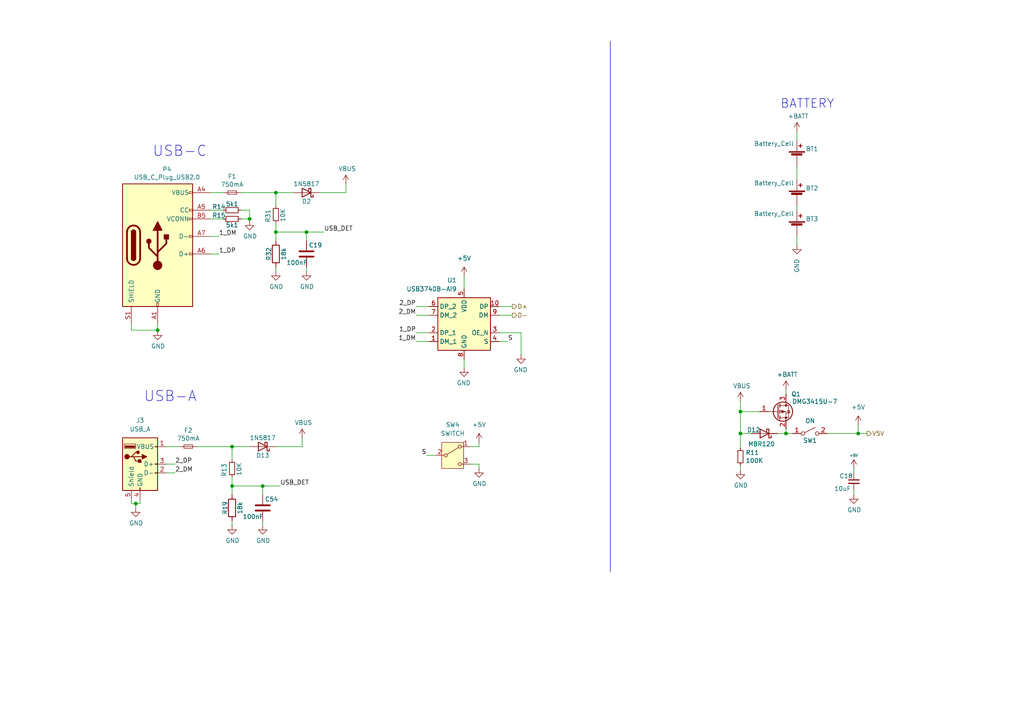
<source format=kicad_sch>
(kicad_sch (version 20250114) (generator "eeschema") (generator_version "9.0")
  (paper "A4")
  (lib_symbols
    (symbol "+5V_7" (power) (pin_names (offset 0))
      (property "Value" "+5V" (at 0 3.556 0))
      (symbol "+5V_7_0_1"
        (polyline (pts (xy -0.762 1.27) (xy 0 2.54)))
        (polyline (pts (xy 0 2.54) (xy 0.762 1.27)))
        (polyline (pts (xy 0 0) (xy 0 2.54)))
      )
      (symbol "+5V_7_1_1"
        (pin power_in line (at 0 0 90) (length 0) (hide yes) (name "+5V") (number "1"))
      )
    )
    (symbol "Battery_Cell_1" (pin_numbers (hide yes)) (pin_names (offset 0) (hide yes))
      (property "Reference" "BT4" (at 2.54 2.54 0))
      (property "Value" "Battery_Cell" (at -12.446 4.064 0))
      (symbol "Battery_Cell_1_0_1"
        (rectangle (start -2.286 1.778) (end 2.286 1.524) (fill (type outline)))
        (rectangle (start -1.5748 1.1938) (end 1.4732 0.6858) (fill (type outline)))
        (polyline (pts (xy 0 1.778) (xy 0 2.54)))
        (polyline (pts (xy 0 0.762) (xy 0 0)))
        (polyline (pts (xy 0.508 3.429) (xy 1.524 3.429)) (stroke (width 0.254)))
        (polyline (pts (xy 1.016 3.937) (xy 1.016 2.921)) (stroke (width 0.254)))
      )
      (symbol "Battery_Cell_1_1_1"
        (pin passive line (at 0 5.08 270) (length 2.54) (name "+") (number "1"))
        (pin passive line (at 0 -2.54 90) (length 2.54) (name "-") (number "2"))
      )
    )
    (symbol "Connector:USB_A" (pin_names (offset 1.016))
      (property "Reference" "J" (at -5.08 11.43 0))
      (property "Value" "USB_A" (at -5.08 8.89 0))
      (symbol "USB_A_0_1"
        (rectangle (start -5.08 -7.62) (end 5.08 7.62) (stroke (width 0.254)) (fill (type background)))
        (circle (center -3.81 2.159) (radius 0.635) (stroke (width 0.254)) (fill (type outline)))
        (polyline (pts (xy -3.175 2.159) (xy -2.54 2.159) (xy -1.27 3.429) (xy -0.635 3.429)) (stroke (width 0.254)))
        (polyline (pts (xy -2.54 2.159) (xy -1.905 2.159) (xy -1.27 0.889) (xy 0 0.889)) (stroke (width 0.254)))
        (rectangle (start -1.524 4.826) (end -4.318 5.334) (fill (type outline)))
        (rectangle (start -1.27 4.572) (end -4.572 5.842))
        (circle (center -0.635 3.429) (radius 0.381) (stroke (width 0.254)) (fill (type outline)))
        (rectangle (start -0.127 -7.62) (end 0.127 -6.858))
        (rectangle (start 0.254 1.27) (end -0.508 0.508) (stroke (width 0.254)) (fill (type outline)))
        (polyline (pts (xy 0.635 2.794) (xy 0.635 1.524) (xy 1.905 2.159) (xy 0.635 2.794)) (stroke (width 0.254)) (fill (type outline)))
        (rectangle (start 5.08 4.953) (end 4.318 5.207))
        (rectangle (start 5.08 -0.127) (end 4.318 0.127))
        (rectangle (start 5.08 -2.667) (end 4.318 -2.413))
      )
      (symbol "USB_A_1_1"
        (polyline (pts (xy -1.905 2.159) (xy 0.635 2.159)) (stroke (width 0.254)))
        (pin passive line (at -2.54 -10.16 90) (length 2.54) (name "Shield") (number "5"))
        (pin power_in line (at 0 -10.16 90) (length 2.54) (name "GND") (number "4"))
        (pin power_in line (at 7.62 5.08 180) (length 2.54) (name "VBUS") (number "1"))
        (pin bidirectional line (at 7.62 0 180) (length 2.54) (name "D+") (number "3"))
        (pin bidirectional line (at 7.62 -2.54 180) (length 2.54) (name "D-") (number "2"))
      )
    )
    (symbol "Device:Battery_Cell" (pin_numbers (hide yes)) (pin_names (offset 0) (hide yes))
      (property "Reference" "BT3" (at 2.54 2.54 0))
      (property "Value" "Battery_Cell" (at -12.446 4.064 0))
      (symbol "Battery_Cell_0_1"
        (rectangle (start -2.286 1.778) (end 2.286 1.524) (fill (type outline)))
        (rectangle (start -1.5748 1.1938) (end 1.4732 0.6858) (fill (type outline)))
        (polyline (pts (xy 0 1.778) (xy 0 2.54)))
        (polyline (pts (xy 0 0.762) (xy 0 0)))
        (polyline (pts (xy 0.508 3.429) (xy 1.524 3.429)) (stroke (width 0.254)))
        (polyline (pts (xy 1.016 3.937) (xy 1.016 2.921)) (stroke (width 0.254)))
      )
      (symbol "Battery_Cell_1_1"
        (pin passive line (at 0 5.08 270) (length 2.54) (name "+") (number "1"))
        (pin passive line (at 0 -2.54 90) (length 2.54) (name "-") (number "2"))
      )
    )
    (symbol "Device:C" (pin_numbers (hide yes)) (pin_names (offset 0.254))
      (property "Reference" "C" (at 0.635 2.54 0))
      (property "Value" "C" (at 0.635 -2.54 0))
      (symbol "C_0_1"
        (polyline (pts (xy -2.032 0.762) (xy 2.032 0.762)) (stroke (width 0.508)))
        (polyline (pts (xy -2.032 -0.762) (xy 2.032 -0.762)) (stroke (width 0.508)))
      )
      (symbol "C_1_1"
        (pin passive line (at 0 3.81 270) (length 2.794) (name "~") (number "1"))
        (pin passive line (at 0 -3.81 90) (length 2.794) (name "~") (number "2"))
      )
    )
    (symbol "Device:C_Small" (pin_numbers (hide yes)) (pin_names (offset 0.254) (hide yes))
      (property "Reference" "C" (at 0.254 1.778 0))
      (property "Value" "C_Small" (at 0.254 -2.032 0))
      (symbol "C_Small_0_1"
        (polyline (pts (xy -1.524 0.508) (xy 1.524 0.508)) (stroke (width 0.3048)))
        (polyline (pts (xy -1.524 -0.508) (xy 1.524 -0.508)) (stroke (width 0.3302)))
      )
      (symbol "C_Small_1_1"
        (pin passive line (at 0 2.54 270) (length 2.032) (name "~") (number "1"))
        (pin passive line (at 0 -2.54 90) (length 2.032) (name "~") (number "2"))
      )
    )
    (symbol "Device:Fuse_Small" (pin_numbers (hide yes)) (pin_names (offset 0.254) (hide yes))
      (property "Reference" "F" (at 0 -1.524 0))
      (property "Value" "Fuse_Small" (at 0 1.524 0))
      (symbol "Fuse_Small_0_1"
        (rectangle (start -1.27 0.508) (end 1.27 -0.508))
        (polyline (pts (xy -1.27 0) (xy 1.27 0)))
      )
      (symbol "Fuse_Small_1_1"
        (pin passive line (at -2.54 0 0) (length 1.27) (name "~") (number "1"))
        (pin passive line (at 2.54 0 180) (length 1.27) (name "~") (number "2"))
      )
    )
    (symbol "Device:Q_PMOS_GSD" (pin_names (offset 0) (hide yes))
      (property "Reference" "Q" (at 5.08 1.27 0))
      (property "Value" "Q_PMOS_GSD" (at 5.08 -1.27 0))
      (symbol "Q_PMOS_GSD_0_1"
        (polyline (pts (xy 0.254 1.905) (xy 0.254 -1.905)) (stroke (width 0.254)))
        (polyline (pts (xy 0.254 0) (xy -2.54 0)))
        (polyline (pts (xy 0.762 2.286) (xy 0.762 1.27)) (stroke (width 0.254)))
        (polyline (pts (xy 0.762 1.778) (xy 3.302 1.778) (xy 3.302 -1.778) (xy 0.762 -1.778)))
        (polyline (pts (xy 0.762 0.508) (xy 0.762 -0.508)) (stroke (width 0.254)))
        (polyline (pts (xy 0.762 -1.27) (xy 0.762 -2.286)) (stroke (width 0.254)))
        (circle (center 1.651 0) (radius 2.794) (stroke (width 0.254)))
        (polyline (pts (xy 2.286 0) (xy 1.27 0.381) (xy 1.27 -0.381) (xy 2.286 0)) (fill (type outline)))
        (polyline (pts (xy 2.54 2.54) (xy 2.54 1.778)))
        (circle (center 2.54 1.778) (radius 0.254) (fill (type outline)))
        (circle (center 2.54 -1.778) (radius 0.254) (fill (type outline)))
        (polyline (pts (xy 2.54 -2.54) (xy 2.54 0) (xy 0.762 0)))
        (polyline (pts (xy 2.794 -0.508) (xy 2.921 -0.381) (xy 3.683 -0.381) (xy 3.81 -0.254)))
        (polyline (pts (xy 3.302 -0.381) (xy 2.921 0.254) (xy 3.683 0.254) (xy 3.302 -0.381)))
      )
      (symbol "Q_PMOS_GSD_1_1"
        (pin input line (at -5.08 0 0) (length 2.54) (name "G") (number "1"))
        (pin passive line (at 2.54 5.08 270) (length 2.54) (name "D") (number "3"))
        (pin passive line (at 2.54 -5.08 90) (length 2.54) (name "S") (number "2"))
      )
    )
    (symbol "Device:R" (pin_numbers (hide yes)) (pin_names (offset 0))
      (property "Reference" "R" (at 2.032 0 90))
      (property "Value" "R" (at 0 0 90))
      (symbol "R_0_1"
        (rectangle (start -1.016 -2.54) (end 1.016 2.54) (stroke (width 0.254)))
      )
      (symbol "R_1_1"
        (pin passive line (at 0 3.81 270) (length 1.27) (name "~") (number "1"))
        (pin passive line (at 0 -3.81 90) (length 1.27) (name "~") (number "2"))
      )
    )
    (symbol "Device:R_Small" (pin_numbers (hide yes)) (pin_names (offset 0.254) (hide yes))
      (property "Reference" "R" (at 0.762 0.508 0))
      (property "Value" "R_Small" (at 0.762 -1.016 0))
      (symbol "R_Small_0_1"
        (rectangle (start -0.762 1.778) (end 0.762 -1.778) (stroke (width 0.2032)))
      )
      (symbol "R_Small_1_1"
        (pin passive line (at 0 2.54 270) (length 0.762) (name "~") (number "1"))
        (pin passive line (at 0 -2.54 90) (length 0.762) (name "~") (number "2"))
      )
    )
    (symbol "Diode:1N5817" (pin_numbers (hide yes)) (pin_names (offset 1.016) (hide yes))
      (property "Reference" "D" (at 0 2.54 0))
      (property "Value" "1N5817" (at 0 -2.54 0))
      (symbol "1N5817_0_1"
        (polyline (pts (xy -1.905 0.635) (xy -1.905 1.27) (xy -1.27 1.27) (xy -1.27 -1.27) (xy -0.635 -1.27) (xy -0.635 -0.635)) (stroke (width 0.254)))
        (polyline (pts (xy 1.27 1.27) (xy 1.27 -1.27) (xy -1.27 0) (xy 1.27 1.27)) (stroke (width 0.254)))
        (polyline (pts (xy 1.27 0) (xy -1.27 0)))
      )
      (symbol "1N5817_1_1"
        (pin passive line (at -3.81 0 0) (length 2.54) (name "K") (number "1"))
        (pin passive line (at 3.81 0 180) (length 2.54) (name "A") (number "2"))
      )
    )
    (symbol "Diode:MBR340" (pin_numbers (hide yes)) (pin_names (offset 1.016) (hide yes))
      (property "Reference" "D" (at 0 2.54 0))
      (property "Value" "MBR340" (at 0 -2.54 0))
      (symbol "MBR340_0_1"
        (polyline (pts (xy -1.905 0.635) (xy -1.905 1.27) (xy -1.27 1.27) (xy -1.27 -1.27) (xy -0.635 -1.27) (xy -0.635 -0.635)) (stroke (width 0.254)))
        (polyline (pts (xy 1.27 1.27) (xy 1.27 -1.27) (xy -1.27 0) (xy 1.27 1.27)) (stroke (width 0.254)))
        (polyline (pts (xy 1.27 0) (xy -1.27 0)))
      )
      (symbol "MBR340_1_1"
        (pin passive line (at -3.81 0 0) (length 2.54) (name "K") (number "1"))
        (pin passive line (at 3.81 0 180) (length 2.54) (name "A") (number "2"))
      )
    )
    (symbol "HunterCat-NFC-rescue:USB_C_Plug_USB2.0-Connector" (pin_names (offset 1.016))
      (property "Reference" "P" (at -10.16 19.05 0))
      (property "Value" "USB_C_Plug_USB2.0-Connector" (at 12.7 19.05 0))
      (symbol "USB_C_Plug_USB2.0-Connector_0_0"
        (rectangle (start -0.254 -17.78) (end 0.254 -16.764))
        (rectangle (start 10.16 15.494) (end 9.144 14.986))
        (rectangle (start 10.16 10.414) (end 9.144 9.906))
        (rectangle (start 10.16 7.874) (end 9.144 7.366))
        (rectangle (start 10.16 2.794) (end 9.144 2.286))
        (rectangle (start 10.16 -2.286) (end 9.144 -2.794))
      )
      (symbol "USB_C_Plug_USB2.0-Connector_0_1"
        (rectangle (start -10.16 17.78) (end 10.16 -17.78) (stroke (width 0.254)) (fill (type background)))
        (polyline (pts (xy -8.89 -3.81) (xy -8.89 3.81)) (stroke (width 0.508)))
        (rectangle (start -7.62 -3.81) (end -6.35 3.81) (stroke (width 0.254)) (fill (type outline)))
        (arc (start -7.62 3.81) (mid -6.985 4.4423) (end -6.35 3.81) (stroke (width 0.254)))
        (arc (start -7.62 3.81) (mid -6.985 4.4423) (end -6.35 3.81) (stroke (width 0.254)) (fill (type outline)))
        (arc (start -8.89 3.81) (mid -6.985 5.7067) (end -5.08 3.81) (stroke (width 0.508)))
        (arc (start -5.08 -3.81) (mid -6.985 -5.7067) (end -8.89 -3.81) (stroke (width 0.508)))
        (arc (start -6.35 -3.81) (mid -6.985 -4.4423) (end -7.62 -3.81) (stroke (width 0.254)))
        (arc (start -6.35 -3.81) (mid -6.985 -4.4423) (end -7.62 -3.81) (stroke (width 0.254)) (fill (type outline)))
        (polyline (pts (xy -5.08 3.81) (xy -5.08 -3.81)) (stroke (width 0.508)))
        (circle (center -2.54 1.143) (radius 0.635) (stroke (width 0.254)) (fill (type outline)))
        (polyline (pts (xy -1.27 4.318) (xy 0 6.858) (xy 1.27 4.318) (xy -1.27 4.318)) (stroke (width 0.254)) (fill (type outline)))
        (polyline (pts (xy 0 -2.032) (xy 2.54 0.508) (xy 2.54 1.778)) (stroke (width 0.508)))
        (polyline (pts (xy 0 -3.302) (xy -2.54 -0.762) (xy -2.54 0.508)) (stroke (width 0.508)))
        (polyline (pts (xy 0 -5.842) (xy 0 4.318)) (stroke (width 0.508)))
        (circle (center 0 -5.842) (radius 1.27) (fill (type outline)))
        (rectangle (start 1.905 1.778) (end 3.175 3.048) (stroke (width 0.254)) (fill (type outline)))
      )
      (symbol "USB_C_Plug_USB2.0-Connector_1_1"
        (pin passive line (at -7.62 -22.86 90) (length 5.08) (name "SHIELD") (number "S1"))
        (pin power_in line (at 0 -22.86 90) (length 5.08) (name "GND") (number "A1"))
        (pin passive line (at 0 -22.86 90) (length 5.08) (hide yes) (name "GND") (number "A12"))
        (pin passive line (at 0 -22.86 90) (length 5.08) (hide yes) (name "GND") (number "B1"))
        (pin passive line (at 0 -22.86 90) (length 5.08) (hide yes) (name "GND") (number "B12"))
        (pin power_in line (at 15.24 15.24 180) (length 5.08) (name "VBUS") (number "A4"))
        (pin passive line (at 15.24 15.24 180) (length 5.08) (hide yes) (name "VBUS") (number "A9"))
        (pin passive line (at 15.24 15.24 180) (length 5.08) (hide yes) (name "VBUS") (number "B4"))
        (pin passive line (at 15.24 15.24 180) (length 5.08) (hide yes) (name "VBUS") (number "B9"))
        (pin bidirectional line (at 15.24 10.16 180) (length 5.08) (name "CC") (number "A5"))
        (pin bidirectional line (at 15.24 7.62 180) (length 5.08) (name "VCONN") (number "B5"))
        (pin bidirectional line (at 15.24 2.54 180) (length 5.08) (name "D-") (number "A7"))
        (pin bidirectional line (at 15.24 -2.54 180) (length 5.08) (name "D+") (number "A6"))
      )
    )
    (symbol "Interface_USB:USB3740B-AI9"
      (property "Reference" "U" (at -6.35 8.89 0))
      (property "Value" "USB3740B-AI9" (at 10.16 8.89 0))
      (symbol "USB3740B-AI9_0_1"
        (rectangle (start 7.62 7.62) (end -7.62 -7.62) (stroke (width 0.254)) (fill (type background)))
      )
      (symbol "USB3740B-AI9_1_1"
        (pin bidirectional line (at -10.16 5.08 0) (length 2.54) (name "DP") (number "10"))
        (pin bidirectional line (at -10.16 2.54 0) (length 2.54) (name "DM") (number "9"))
        (pin input line (at -10.16 -2.54 0) (length 2.54) (name "OE_N") (number "3"))
        (pin input line (at -10.16 -5.08 0) (length 2.54) (name "S") (number "4"))
        (pin power_in line (at 0 10.16 270) (length 2.54) (name "VDD") (number "5"))
        (pin power_in line (at 0 -10.16 90) (length 2.54) (name "GND") (number "8"))
        (pin bidirectional line (at 10.16 5.08 180) (length 2.54) (name "DP_2") (number "6"))
        (pin bidirectional line (at 10.16 2.54 180) (length 2.54) (name "DM_2") (number "7"))
        (pin bidirectional line (at 10.16 -2.54 180) (length 2.54) (name "DP_1") (number "2"))
        (pin bidirectional line (at 10.16 -5.08 180) (length 2.54) (name "DM_1") (number "1"))
      )
    )
    (symbol "Switch:SW_SPDT" (pin_names (offset 0) (hide yes))
      (property "Reference" "SW" (at 0 5.08 0))
      (property "Value" "SW_SPDT" (at 0 -5.08 0))
      (symbol "SW_SPDT_0_1"
        (circle (center -2.032 0) (radius 0.4572))
        (polyline (pts (xy -1.651 0.254) (xy 1.651 2.286)))
        (circle (center 2.032 2.54) (radius 0.4572))
        (circle (center 2.032 -2.54) (radius 0.4572))
      )
      (symbol "SW_SPDT_1_1"
        (rectangle (start -3.175 3.81) (end 3.175 -3.81) (fill (type background)))
        (pin passive line (at -5.08 0 0) (length 2.54) (name "B") (number "2"))
        (pin passive line (at 5.08 2.54 180) (length 2.54) (name "A") (number "1"))
        (pin passive line (at 5.08 -2.54 180) (length 2.54) (name "C") (number "3"))
      )
    )
    (symbol "Switch:SW_SPST" (pin_names (offset 0) (hide yes))
      (property "Reference" "SW" (at 0 3.175 0))
      (property "Value" "SW_SPST" (at 0 -2.54 0))
      (symbol "SW_SPST_0_0"
        (circle (center -2.032 0) (radius 0.508))
        (polyline (pts (xy -1.524 0.254) (xy 1.524 1.778)))
        (circle (center 2.032 0) (radius 0.508))
      )
      (symbol "SW_SPST_1_1"
        (pin passive line (at -5.08 0 0) (length 2.54) (name "A") (number "1"))
        (pin passive line (at 5.08 0 180) (length 2.54) (name "B") (number "2"))
      )
    )
    (symbol "power:+5V" (power) (pin_numbers (hide yes)) (pin_names (offset 0) (hide yes))
      (property "Value" "+5V" (at 0 3.556 0))
      (symbol "+5V_0_1"
        (polyline (pts (xy -0.762 1.27) (xy 0 2.54)))
        (polyline (pts (xy 0 2.54) (xy 0.762 1.27)))
        (polyline (pts (xy 0 0) (xy 0 2.54)))
      )
      (symbol "+5V_1_1"
        (pin power_in line (at 0 0 90) (length 0) (name "~") (number "1"))
      )
    )
    (symbol "power:+BATT" (power) (pin_names (offset 0))
      (property "Value" "+BATT" (at 0 3.556 0))
      (symbol "+BATT_0_1"
        (polyline (pts (xy -0.762 1.27) (xy 0 2.54)))
        (polyline (pts (xy 0 2.54) (xy 0.762 1.27)))
        (polyline (pts (xy 0 0) (xy 0 2.54)))
      )
      (symbol "+BATT_1_1"
        (pin power_in line (at 0 0 90) (length 0) (hide yes) (name "+BATT") (number "1"))
      )
    )
    (symbol "power:GND" (power) (pin_numbers (hide yes)) (pin_names (offset 0) (hide yes))
      (property "Value" "GND" (at 0 -3.81 0))
      (symbol "GND_0_1"
        (polyline (pts (xy 0 0) (xy 0 -1.27) (xy 1.27 -1.27) (xy 0 -2.54) (xy -1.27 -1.27) (xy 0 -1.27)))
      )
      (symbol "GND_1_1"
        (pin power_in line (at 0 0 270) (length 0) (name "~") (number "1"))
      )
    )
    (symbol "power:VBUS" (power) (pin_names (offset 0))
      (property "Value" "VBUS" (at 0 3.81 0))
      (symbol "VBUS_0_1"
        (polyline (pts (xy -0.762 1.27) (xy 0 2.54)))
        (polyline (pts (xy 0 2.54) (xy 0.762 1.27)))
        (polyline (pts (xy 0 0) (xy 0 2.54)))
      )
      (symbol "VBUS_1_1"
        (pin power_in line (at 0 0 90) (length 0) (hide yes) (name "VBUS") (number "1"))
      )
    )
  )
  (text "USB-C\n" (at 44.196 45.72 0) (effects (font (size 3 3)) (justify left bottom)))
  (text "BATTERY\n\n\n" (at 234.188 34.29 0) (effects (font (size 2.54 2.54))))
  (text "USB-A\n" (at 41.656 116.84 0) (effects (font (size 3 3)) (justify left bottom)))
  (junction (at 227.965 125.73))
  (junction (at 76.2 140.97))
  (junction (at 45.72 95.758))
  (junction (at 80.01 55.88))
  (junction (at 39.37 146.05))
  (junction (at 67.31 140.97))
  (junction (at 67.31 129.54))
  (junction (at 80.01 67.31))
  (junction (at 214.757 125.73))
  (junction (at 248.92 125.73))
  (junction (at 214.757 119.38))
  (junction (at 72.39 63.5))
  (junction (at 88.9 67.31))
  (wire (pts (xy 217.932 125.73) (xy 214.757 125.73)))
  (wire (pts (xy 80.01 77.47) (xy 80.01 78.74)))
  (wire (pts (xy 69.85 63.5) (xy 72.39 63.5)))
  (wire (pts (xy 60.96 55.88) (xy 64.77 55.88)))
  (wire (pts (xy 227.965 124.46) (xy 227.965 125.73)))
  (wire (pts (xy 48.26 129.54) (xy 52.07 129.54)))
  (wire (pts (xy 80.01 67.31) (xy 80.01 69.85)))
  (wire (pts (xy 231.14 68.58) (xy 231.14 71.12)))
  (wire (pts (xy 248.92 123.19) (xy 248.92 125.73)))
  (wire (pts (xy 120.65 96.52) (xy 124.46 96.52)))
  (wire (pts (xy 144.78 88.9) (xy 148.59 88.9)))
  (wire (pts (xy 151.13 96.52) (xy 144.78 96.52)))
  (wire (pts (xy 231.14 38.1) (xy 231.14 40.64)))
  (wire (pts (xy 72.39 60.96) (xy 72.39 63.5)))
  (wire (pts (xy 60.96 63.5) (xy 64.77 63.5)))
  (wire (pts (xy 148.59 91.44) (xy 144.78 91.44)))
  (wire (pts (xy 214.757 125.73) (xy 214.757 129.921)))
  (wire (pts (xy 240.03 125.73) (xy 248.92 125.73)))
  (wire (pts (xy 63.5 68.58) (xy 60.96 68.58)))
  (wire (pts (xy 248.92 125.73) (xy 251.46 125.73)))
  (wire (pts (xy 88.9 67.31) (xy 93.98 67.31)))
  (wire (pts (xy 80.01 67.31) (xy 88.9 67.31)))
  (wire (pts (xy 138.938 129.54) (xy 138.938 128.27)))
  (wire (pts (xy 38.1 144.78) (xy 38.1 146.05)))
  (wire (pts (xy 76.2 143.51) (xy 76.2 140.97)))
  (wire (pts (xy 67.31 140.97) (xy 76.2 140.97)))
  (wire (pts (xy 88.9 69.85) (xy 88.9 67.31)))
  (polyline (pts (xy 177.038 11.938) (xy 177.038 165.862)))
  (wire (pts (xy 151.13 96.52) (xy 151.13 102.87)))
  (wire (pts (xy 63.5 73.66) (xy 60.96 73.66)))
  (wire (pts (xy 39.37 146.05) (xy 39.37 147.32)))
  (wire (pts (xy 67.31 140.97) (xy 67.31 143.51)))
  (wire (pts (xy 45.72 93.98) (xy 45.72 95.758)))
  (wire (pts (xy 80.01 64.77) (xy 80.01 67.31)))
  (wire (pts (xy 76.2 140.97) (xy 81.28 140.97)))
  (wire (pts (xy 120.65 88.9) (xy 124.46 88.9)))
  (wire (pts (xy 214.757 125.73) (xy 214.757 119.38)))
  (wire (pts (xy 87.63 129.54) (xy 87.63 127)))
  (wire (pts (xy 247.65 135.89) (xy 247.65 137.16)))
  (wire (pts (xy 38.1 93.98) (xy 38.1 95.758)))
  (wire (pts (xy 120.65 91.44) (xy 124.46 91.44)))
  (wire (pts (xy 134.62 80.01) (xy 134.62 83.82)))
  (wire (pts (xy 45.72 95.758) (xy 45.72 96.012)))
  (wire (pts (xy 220.345 119.38) (xy 214.757 119.38)))
  (wire (pts (xy 67.31 138.43) (xy 67.31 140.97)))
  (wire (pts (xy 214.757 119.38) (xy 214.757 116.332)))
  (wire (pts (xy 147.32 99.06) (xy 144.78 99.06)))
  (wire (pts (xy 57.15 129.54) (xy 67.31 129.54)))
  (wire (pts (xy 67.31 129.54) (xy 72.39 129.54)))
  (wire (pts (xy 100.33 55.88) (xy 100.33 53.34)))
  (wire (pts (xy 214.757 135.001) (xy 214.757 136.398)))
  (wire (pts (xy 231.14 48.26) (xy 231.14 52.07)))
  (wire (pts (xy 38.1 95.758) (xy 45.72 95.758)))
  (wire (pts (xy 67.31 151.13) (xy 67.31 152.4)))
  (wire (pts (xy 50.8 134.62) (xy 48.26 134.62)))
  (wire (pts (xy 229.87 125.73) (xy 227.965 125.73)))
  (wire (pts (xy 80.01 55.88) (xy 85.09 55.88)))
  (wire (pts (xy 120.65 99.06) (xy 124.46 99.06)))
  (wire (pts (xy 69.85 60.96) (xy 72.39 60.96)))
  (wire (pts (xy 80.01 55.88) (xy 80.01 59.69)))
  (wire (pts (xy 123.698 132.08) (xy 126.238 132.08)))
  (wire (pts (xy 67.31 129.54) (xy 67.31 133.35)))
  (wire (pts (xy 69.85 55.88) (xy 80.01 55.88)))
  (wire (pts (xy 40.64 146.05) (xy 40.64 144.78)))
  (wire (pts (xy 231.14 60.96) (xy 231.14 59.69)))
  (wire (pts (xy 72.39 63.5) (xy 72.39 64.135)))
  (wire (pts (xy 227.965 114.3) (xy 227.965 113.03)))
  (wire (pts (xy 138.938 134.62) (xy 136.398 134.62)))
  (wire (pts (xy 136.398 129.54) (xy 138.938 129.54)))
  (wire (pts (xy 39.37 146.05) (xy 40.64 146.05)))
  (wire (pts (xy 138.938 135.89) (xy 138.938 134.62)))
  (wire (pts (xy 247.65 142.24) (xy 247.65 143.51)))
  (wire (pts (xy 38.1 146.05) (xy 39.37 146.05)))
  (wire (pts (xy 88.9 77.47) (xy 88.9 78.74)))
  (wire (pts (xy 80.01 129.54) (xy 87.63 129.54)))
  (wire (pts (xy 60.96 60.96) (xy 64.77 60.96)))
  (wire (pts (xy 227.965 125.73) (xy 225.552 125.73)))
  (wire (pts (xy 76.2 151.13) (xy 76.2 152.4)))
  (wire (pts (xy 50.8 137.16) (xy 48.26 137.16)))
  (wire (pts (xy 134.62 106.68) (xy 134.62 104.14)))
  (wire (pts (xy 92.71 55.88) (xy 100.33 55.88)))
  (label "2_DM" (at 120.65 91.44 180))
  (label "2_DM" (at 50.8 137.16 0))
  (label "1_DM" (at 63.5 68.58 0))
  (label "USB_DET" (at 81.28 140.97 0))
  (label "S" (at 123.698 132.08 180))
  (label "2_DP" (at 50.8 134.62 0))
  (label "1_DP" (at 120.65 96.52 180))
  (label "2_DP" (at 120.65 88.9 180))
  (label "1_DM" (at 120.65 99.06 180))
  (label "S" (at 147.32 99.06 0))
  (label "1_DP" (at 63.5 73.66 0))
  (label "USB_DET" (at 93.98 67.31 0))
  (hierarchical_label "D-" (shape output) (at 148.59 91.44 0))
  (hierarchical_label "V5V" (shape output) (at 251.46 125.73 0))
  (hierarchical_label "D+" (shape output) (at 148.59 88.9 0))
  (symbol (lib_id "power:GND") (at 138.938 135.89 0) (unit 1)
    (property "Reference" "#PWR086" (effects (hide yes)))
    (property "Value" "GND" (at 139.065 140.2842 0))
  )
  (symbol (lib_id "Device:R") (at 80.01 73.66 0) (unit 1)
    (property "Reference" "R32" (at 77.978 73.66 90))
    (property "Value" "18k" (at 82.296 73.66 90))
    (property "Footprint" "Resistor_SMD:R_0402_1005Metric" (effects (hide yes)))
    (property "Description" "Resistor" (effects (hide yes)))
    (property "LCSC#" "C323741" (effects (hide yes)))
  )
  (symbol (lib_id "power:GND") (at 76.2 152.4 0) (unit 1)
    (property "Reference" "#PWR051" (effects (hide yes)))
    (property "Value" "GND" (at 76.327 156.7942 0))
  )
  (symbol (lib_id "Connector:USB_A") (at 40.64 134.62 0) (unit 1)
    (property "Reference" "J3" (at 40.64 121.92 0))
    (property "Value" "USB_A" (at 40.64 124.46 0))
    (property "Description" "USB Type A connector" (effects (hide yes)))
  )
  (symbol (lib_id "power:GND") (at 231.14 71.12 0) (unit 1)
    (property "Reference" "#PWR041" (effects (hide yes)))
    (property "Value" "GND" (at 231.14 75.057 90) (effects (justify right)))
  )
  (symbol (lib_id "Device:Battery_Cell") (at 231.14 45.72 0) (unit 1)
    (property "Reference" "BT1" (at 233.68 43.18 0) (effects (justify left)))
    (property "Value" "Battery_Cell" (at 218.694 41.656 0) (effects (justify left)))
    (property "Footprint" "Battery:BatteryHolder_Keystone_2466_1xAAA" (effects (hide yes)))
    (property "LCSC#" "C5290189 " (effects (hide yes)))
    (property "manf#" "BH-AAA-A1AJ001 " (effects (hide yes)))
    (property "#LCSC" "C5290189 " (effects (hide yes)))
  )
  (symbol (lib_id "Device:R_Small") (at 67.31 60.96 270) (unit 1)
    (property "Reference" "R14" (at 63.5 59.944 90))
    (property "Value" "5k1" (at 67.31 59.182 90))
    (property "Footprint" "Resistor_SMD:R_0603_1608Metric" (effects (hide yes)))
    (property "manf#" "ERJ3RBD5101V" (effects (hide yes)))
    (property "LCSC#" "C191782" (effects (hide yes)))
    (property "provedor" "LCSC" (effects (hide yes)))
  )
  (symbol (lib_id "Switch:SW_SPST") (at 234.95 125.73 0) (unit 1)
    (property "Reference" "SW1" (at 234.95 127.762 0))
    (property "Value" "ON" (at 234.95 122.0724 0))
    (property "Footprint" "FootprintsB:SW-TH_SK12D07VG4" (effects (hide yes)))
    (property "Datasheet" "https://www.mouser.mx/datasheet/2/60/js-1841892.pdf" (effects (hide yes)))
    (property "LCSC#" "C393937" (effects (hide yes)))
    (property "manf#" "SK12D07VG4" (effects (hide yes)))
    (property "Proveedor" "LCSC" (effects (hide yes)))
  )
  (symbol (lib_id "power:GND") (at 151.13 102.87 0) (mirror y) (unit 1)
    (property "Reference" "#PWR082" (effects (hide yes)))
    (property "Value" "GND" (at 151.003 107.2642 0))
  )
  (symbol (lib_id "Device:R") (at 67.31 147.32 0) (unit 1)
    (property "Reference" "R19" (at 65.278 147.32 90))
    (property "Value" "18k" (at 69.596 147.32 90))
    (property "Footprint" "Resistor_SMD:R_0402_1005Metric" (effects (hide yes)))
    (property "Description" "Resistor" (effects (hide yes)))
    (property "LCSC#" "C323741" (effects (hide yes)))
  )
  (symbol (lib_id "power:GND") (at 39.37 147.32 0) (unit 1)
    (property "Reference" "#PWR081" (effects (hide yes)))
    (property "Value" "GND" (at 39.497 151.7142 0))
  )
  (symbol (lib_id "Device:Q_PMOS_GSD") (at 225.425 119.38 0) (unit 1)
    (property "Reference" "Q1" (at 229.489 114.3 0) (effects (justify left)))
    (property "Value" "DMG3415U-7" (at 229.743 116.459 0) (effects (justify left)))
    (property "Footprint" "Package_TO_SOT_SMD:SOT-23" (effects (hide yes)))
    (property "Datasheet" "https://www.mouser.mx/datasheet/2/115/ds31735-64958.pdf" (effects (hide yes)))
    (property "LCSC#" "C96616" (effects (hide yes)))
    (property "manf#" "DMG3415U-7" (effects (hide yes)))
    (property "Proveedor" "LCSC" (effects (hide yes)))
  )
  (symbol (lib_id "Interface_USB:USB3740B-AI9") (at 134.62 93.98 0) (mirror y) (unit 1)
    (property "Reference" "U1" (at 132.4767 81.28 0) (effects (justify left)))
    (property "Value" "USB3740B-AI9" (at 132.4767 83.82 0) (effects (justify left)))
    (property "Datasheet" "https://www.lcsc.com/datasheet/C626691.pdf" (effects (hide yes)))
    (property "Description" "USB 2.0 Switch with ESD Protection, UQFN-10 Pitch 0.5mm" (effects (hide yes)))
    (property "LCSC#" "C626691" (effects (hide yes)))
  )
  (symbol (lib_id "Device:R_Small") (at 80.01 62.23 180) (unit 1) (in_bom no)
    (property "Reference" "R31" (at 77.724 60.706 90) (effects (justify left)))
    (property "Value" "10K" (at 82.042 60.452 90) (effects (justify left)))
    (property "Footprint" "Resistor_SMD:R_0402_1005Metric" (effects (hide yes)))
    (property "Description" "Resistor, small symbol" (effects (hide yes)))
    (property "LCSC#" "C2759535" (effects (hide yes)))
  )
  (symbol (lib_id "Device:R_Small") (at 67.31 63.5 270) (unit 1)
    (property "Reference" "R15" (at 63.5 62.484 90))
    (property "Value" "5k1" (at 67.31 65.278 90))
    (property "Footprint" "Resistor_SMD:R_0603_1608Metric" (effects (hide yes)))
    (property "manf#" "ERJ3RBD5101V" (effects (hide yes)))
    (property "LCSC#" "C191782" (effects (hide yes)))
    (property "provedor" "LCSC" (effects (hide yes)))
  )
  (symbol (lib_id "power:+5V") (at 138.938 128.27 0) (unit 1)
    (property "Reference" "#PWR083" (effects (hide yes)))
    (property "Value" "+5V" (at 138.938 123.19 0))
    (property "Description" "Power symbol creates a global label with name \"+5V\"" (effects (hide yes)))
  )
  (symbol (lib_id "power:GND") (at 80.01 78.74 0) (unit 1)
    (property "Reference" "#PWR071" (effects (hide yes)))
    (property "Value" "GND" (at 80.137 83.1342 0))
  )
  (symbol (lib_id "power:+BATT") (at 227.965 113.03 0) (unit 1)
    (property "Reference" "#PWR045" (effects (hide yes)))
    (property "Value" "+BATT" (at 228.346 108.6358 0))
  )
  (symbol (lib_id "power:VBUS") (at 87.63 127 0) (unit 1)
    (property "Reference" "#PWR053" (effects (hide yes)))
    (property "Value" "VBUS" (at 88.011 122.6058 0))
  )
  (symbol (lib_id "Device:Fuse_Small") (at 54.61 129.54 0) (unit 1)
    (property "Reference" "F2" (at 54.61 124.841 0))
    (property "Value" "750mA" (at 54.61 127.1524 0))
    (property "Footprint" "Fuse:Fuse_0603_1608Metric" (effects (hide yes)))
    (property "manf#" "06D0750D" (effects (hide yes)))
    (property "provedor" "LCSC" (effects (hide yes)))
    (property "LCSC#" "C182438" (effects (hide yes)))
  )
  (symbol (lib_id "Device:C") (at 88.9 73.66 0) (unit 1)
    (property "Reference" "C19" (at 89.535 71.12 0) (effects (justify left)))
    (property "Value" "100nF" (at 83.058 76.2 0) (effects (justify left)))
    (property "Footprint" "Capacitor_SMD:C_0402_1005Metric" (effects (hide yes)))
    (property "Description" "Unpolarized capacitor" (effects (hide yes)))
    (property "LCSC#" "C77020" (effects (hide yes)))
  )
  (symbol (lib_id "Device:Fuse_Small") (at 67.31 55.88 0) (unit 1)
    (property "Reference" "F1" (at 67.31 51.181 0))
    (property "Value" "750mA" (at 67.31 53.4924 0))
    (property "Footprint" "Fuse:Fuse_0603_1608Metric" (effects (hide yes)))
    (property "manf#" "06D0750D" (effects (hide yes)))
    (property "provedor" "LCSC" (effects (hide yes)))
    (property "LCSC#" "C182438" (effects (hide yes)))
  )
  (symbol (lib_id "Diode:MBR340") (at 221.742 125.73 180) (unit 1)
    (property "Reference" "D12" (at 218.567 124.714 0))
    (property "Value" "MBR120" (at 220.853 128.778 0))
    (property "Footprint" "Diode_SMD:D_SOD-123F" (effects (hide yes)))
    (property "Datasheet" "http://www.onsemi.com/pub_link/Collateral/MBR340-D.PDF" (effects (hide yes)))
    (property "LCSC#" "C130880" (effects (hide yes)))
    (property "manf#" "MBR120LSF" (effects (hide yes)))
    (property "Proveedor" "LCSC" (effects (hide yes)))
  )
  (symbol (lib_id "power:VBUS") (at 214.757 116.332 0) (unit 1)
    (property "Reference" "#PWR042" (effects (hide yes)))
    (property "Value" "VBUS" (at 215.138 111.9378 0))
  )
  (symbol (lib_id "power:GND") (at 214.757 136.398 0) (unit 1)
    (property "Reference" "#PWR043" (effects (hide yes)))
    (property "Value" "GND" (at 214.884 140.7922 0))
  )
  (symbol (lib_id "HunterCat-NFC-rescue:USB_C_Plug_USB2.0-Connector") (at 45.72 71.12 0) (unit 1)
    (property "Reference" "P4" (at 48.4378 49.0982 0))
    (property "Value" "USB_C_Plug_USB2.0" (at 48.4378 51.4096 0))
    (property "Footprint" "Footprints:C393939" (effects (hide yes)))
    (property "Datasheet" "https://datasheet.lcsc.com/lcsc/2108132030_Korean-Hroparts-Elec-TYPE-C-31-M-31_C2760486.pdf" (effects (hide yes)))
    (property "manf#" "TYPE-C-31-M-31" (effects (hide yes)))
    (property "LCSC#" "C2760486" (effects (hide yes)))
    (property "provedor" "LCSC" (effects (hide yes)))
  )
  (symbol (lib_id "Device:R_Small") (at 67.31 135.89 180) (unit 1) (in_bom no)
    (property "Reference" "R13" (at 65.024 134.366 90) (effects (justify left)))
    (property "Value" "10K" (at 69.342 134.112 90) (effects (justify left)))
    (property "Footprint" "Resistor_SMD:R_0402_1005Metric" (effects (hide yes)))
    (property "Description" "Resistor, small symbol" (effects (hide yes)))
    (property "LCSC#" "C2759535" (effects (hide yes)))
  )
  (symbol (lib_name "Battery_Cell_1") (lib_id "Device:Battery_Cell") (at 231.14 66.04 0) (unit 1)
    (property "Reference" "BT3" (at 233.68 63.5 0) (effects (justify left)))
    (property "Value" "Battery_Cell" (at 218.694 61.976 0) (effects (justify left)))
    (property "Footprint" "Battery:BatteryHolder_Keystone_2466_1xAAA" (effects (hide yes)))
    (property "LCSC#" "C5290189 " (effects (hide yes)))
    (property "manf#" "BH-AAA-A1AJ001 " (effects (hide yes)))
    (property "#LCSC" "C5290189 " (effects (hide yes)))
  )
  (symbol (lib_id "power:GND") (at 45.72 96.012 0) (unit 1)
    (property "Reference" "#PWR038" (effects (hide yes)))
    (property "Value" "GND" (at 45.847 100.4062 0))
  )
  (symbol (lib_id "Switch:SW_SPDT") (at 131.318 132.08 0) (unit 1)
    (property "Reference" "SW4" (at 131.318 123.19 0))
    (property "Value" "SWITCH" (at 131.318 125.73 0))
    (property "Description" "Switch, single pole double throw" (effects (hide yes)))
  )
  (symbol (lib_id "power:+5V") (at 248.92 123.19 0) (unit 1)
    (property "Reference" "#PWR090" (effects (hide yes)))
    (property "Value" "+5V" (at 248.92 118.11 0))
    (property "Description" "Power symbol creates a global label with name \"+5V\"" (effects (hide yes)))
  )
  (symbol (lib_id "power:GND") (at 247.65 143.51 0) (unit 1)
    (property "Reference" "#PWR028" (effects (hide yes)))
    (property "Value" "GND" (at 247.777 147.9042 0))
  )
  (symbol (lib_id "power:+5V") (at 134.62 80.01 0) (mirror y) (unit 1)
    (property "Reference" "#PWR055" (effects (hide yes)))
    (property "Value" "+5V" (at 134.62 74.93 0))
    (property "Description" "Power symbol creates a global label with name \"+5V\"" (effects (hide yes)))
  )
  (symbol (lib_id "Device:R_Small") (at 214.757 132.461 0) (unit 1)
    (property "Reference" "R11" (at 216.2556 131.2926 0) (effects (justify left)))
    (property "Value" "100K" (at 216.2556 133.604 0) (effects (justify left)))
    (property "Footprint" "Resistor_SMD:R_0603_1608Metric" (effects (hide yes)))
    (property "Datasheet" "https://datasheet.lcsc.com/lcsc/1811151133_Walsin-Tech-Corp-WR06X104JTL_C163843.pdf" (effects (hide yes)))
    (property "manf#" "0603WAJ0104T5E" (effects (hide yes)))
    (property "LCSC#" "C15458" (effects (hide yes)))
    (property "Proveedor" "LCSC" (effects (hide yes)))
  )
  (symbol (lib_id "power:GND") (at 88.9 78.74 0) (unit 1)
    (property "Reference" "#PWR072" (effects (hide yes)))
    (property "Value" "GND" (at 89.027 83.1342 0))
  )
  (symbol (lib_id "power:GND") (at 134.62 106.68 0) (mirror y) (unit 1)
    (property "Reference" "#PWR080" (effects (hide yes)))
    (property "Value" "GND" (at 134.493 111.0742 0))
  )
  (symbol (lib_id "power:GND") (at 72.39 64.135 0) (unit 1)
    (property "Reference" "#PWR044" (effects (hide yes)))
    (property "Value" "GND" (at 72.517 68.5292 0))
  )
  (symbol (lib_id "power:+BATT") (at 231.14 38.1 0) (unit 1)
    (property "Reference" "#PWR047" (effects (hide yes)))
    (property "Value" "+BATT" (at 231.521 33.7058 0))
  )
  (symbol (lib_id "Device:C_Small") (at 247.65 139.7 0) (unit 1)
    (property "Reference" "C18" (at 243.459 138.049 0) (effects (justify left)))
    (property "Value" "10uF" (at 241.935 141.732 0) (effects (justify left)))
    (property "Footprint" "Capacitor_SMD:C_0402_1005Metric" (effects (hide yes)))
    (property "provedor" "LCSC" (effects (hide yes)))
    (property "LCSC#" "C7472949" (effects (hide yes)))
  )
  (symbol (lib_id "Device:Battery_Cell") (at 231.14 57.15 0) (unit 1)
    (property "Reference" "BT2" (at 233.68 54.61 0) (effects (justify left)))
    (property "Value" "Battery_Cell" (at 218.694 53.086 0) (effects (justify left)))
    (property "Footprint" "Battery:BatteryHolder_Keystone_2466_1xAAA" (effects (hide yes)))
    (property "LCSC#" "C5290189 " (effects (hide yes)))
    (property "manf#" "BH-AAA-A1AJ001 " (effects (hide yes)))
    (property "#LCSC" "C5290189 " (effects (hide yes)))
  )
  (symbol (lib_id "Device:C") (at 76.2 147.32 0) (unit 1)
    (property "Reference" "C54" (at 76.835 144.78 0) (effects (justify left)))
    (property "Value" "100nF" (at 70.358 149.86 0) (effects (justify left)))
    (property "Footprint" "Capacitor_SMD:C_0402_1005Metric" (effects (hide yes)))
    (property "Description" "Unpolarized capacitor" (effects (hide yes)))
    (property "LCSC#" "C77020" (effects (hide yes)))
  )
  (symbol (lib_id "Diode:1N5817") (at 76.2 129.54 180) (unit 1)
    (property "Reference" "D13" (at 76.2 132.08 0))
    (property "Value" "1N5817" (at 76.2 127 0))
    (property "Footprint" "Diode_SMD:D_SOD-123F" (effects (hide yes)))
    (property "Datasheet" "http://www.vishay.com/docs/88525/1n5817.pdf" (effects (hide yes)))
    (property "Description" "20V 1A Schottky Barrier Rectifier Diode, DO-41" (effects (hide yes)))
    (property "manf#" "1N5817W" (effects (hide yes)))
    (property "provedor" "LCSC" (effects (hide yes)))
    (property "LCSC#" "C727113" (effects (hide yes)))
  )
  (symbol (lib_name "+5V_7") (lib_id "cantact-rescue:+5V") (at 247.65 135.89 0) (unit 1)
    (property "Reference" "#PWR030" (effects (hide yes)))
    (property "Value" "+5V" (at 247.65 132.08 0) (effects (font (size 0.762 0.762))))
  )
  (symbol (lib_id "power:VBUS") (at 100.33 53.34 0) (unit 1)
    (property "Reference" "#PWR029" (effects (hide yes)))
    (property "Value" "VBUS" (at 100.711 48.9458 0))
  )
  (symbol (lib_id "power:GND") (at 67.31 152.4 0) (unit 1)
    (property "Reference" "#PWR040" (effects (hide yes)))
    (property "Value" "GND" (at 67.437 156.7942 0))
  )
  (symbol (lib_id "Diode:1N5817") (at 88.9 55.88 180) (unit 1)
    (property "Reference" "D2" (at 88.9 58.42 0))
    (property "Value" "1N5817" (at 88.9 53.34 0))
    (property "Footprint" "Diode_SMD:D_SOD-123F" (effects (hide yes)))
    (property "Datasheet" "http://www.vishay.com/docs/88525/1n5817.pdf" (effects (hide yes)))
    (property "Description" "20V 1A Schottky Barrier Rectifier Diode, DO-41" (effects (hide yes)))
    (property "manf#" "1N5817W" (effects (hide yes)))
    (property "provedor" "LCSC" (effects (hide yes)))
    (property "LCSC#" "C727113" (effects (hide yes)))
  )
)
</source>
